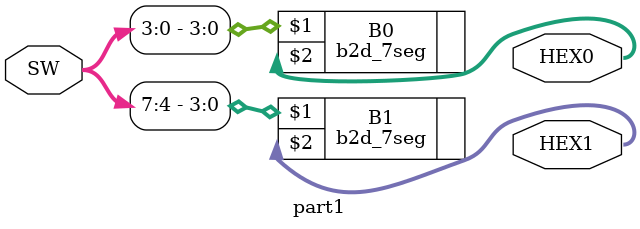
<source format=sv>
module part1(SW, HEX0, HEX1);
   input [7:0] SW;
   output [6:0] HEX0,HEX1;

   b2d_7seg B0 (SW[3:0], HEX0);
   b2d_7seg B1 (SW[7:4], HEX1);
	
endmodule

</source>
